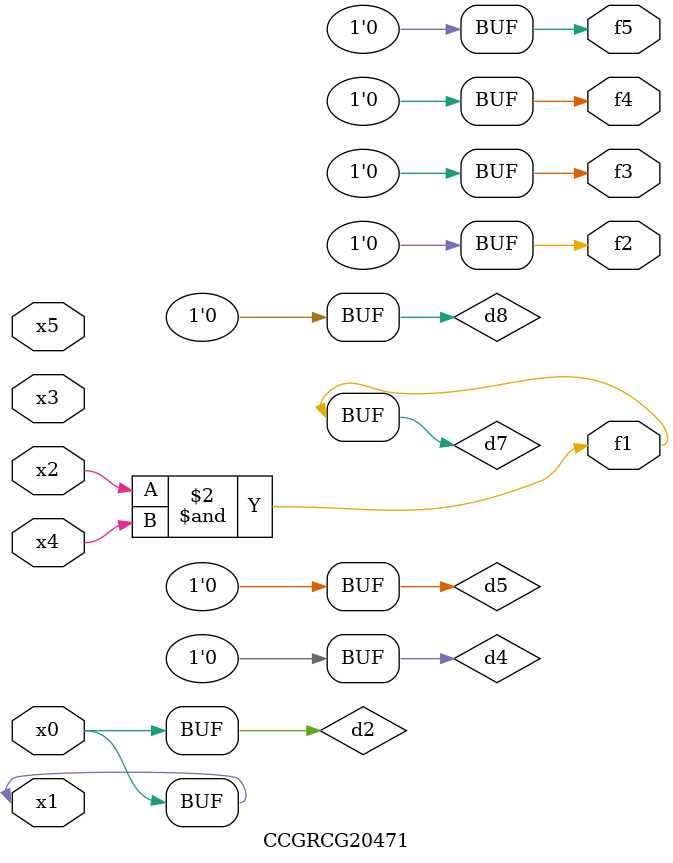
<source format=v>
module CCGRCG20471(
	input x0, x1, x2, x3, x4, x5,
	output f1, f2, f3, f4, f5
);

	wire d1, d2, d3, d4, d5, d6, d7, d8, d9;

	nand (d1, x1);
	buf (d2, x0, x1);
	nand (d3, x2, x4);
	and (d4, d1, d2);
	and (d5, d1, d2);
	nand (d6, d1, d3);
	not (d7, d3);
	xor (d8, d5);
	nor (d9, d5, d6);
	assign f1 = d7;
	assign f2 = d8;
	assign f3 = d8;
	assign f4 = d8;
	assign f5 = d8;
endmodule

</source>
